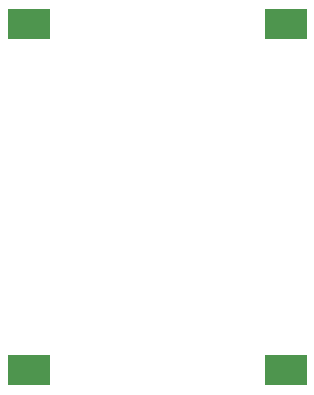
<source format=gbr>
G04 #@! TF.GenerationSoftware,KiCad,Pcbnew,(5.1.5-0-10_14)*
G04 #@! TF.CreationDate,2021-06-08T10:06:00-04:00*
G04 #@! TF.ProjectId,ESLO_COIN_POWER,45534c4f-5f43-44f4-994e-5f504f574552,rev?*
G04 #@! TF.SameCoordinates,Original*
G04 #@! TF.FileFunction,Paste,Top*
G04 #@! TF.FilePolarity,Positive*
%FSLAX46Y46*%
G04 Gerber Fmt 4.6, Leading zero omitted, Abs format (unit mm)*
G04 Created by KiCad (PCBNEW (5.1.5-0-10_14)) date 2021-06-08 10:06:00*
%MOMM*%
%LPD*%
G04 APERTURE LIST*
%ADD10R,3.600000X2.600000*%
G04 APERTURE END LIST*
D10*
X107750000Y-96150000D03*
X107750000Y-66850000D03*
X86000000Y-96150000D03*
X86000000Y-66850000D03*
M02*

</source>
